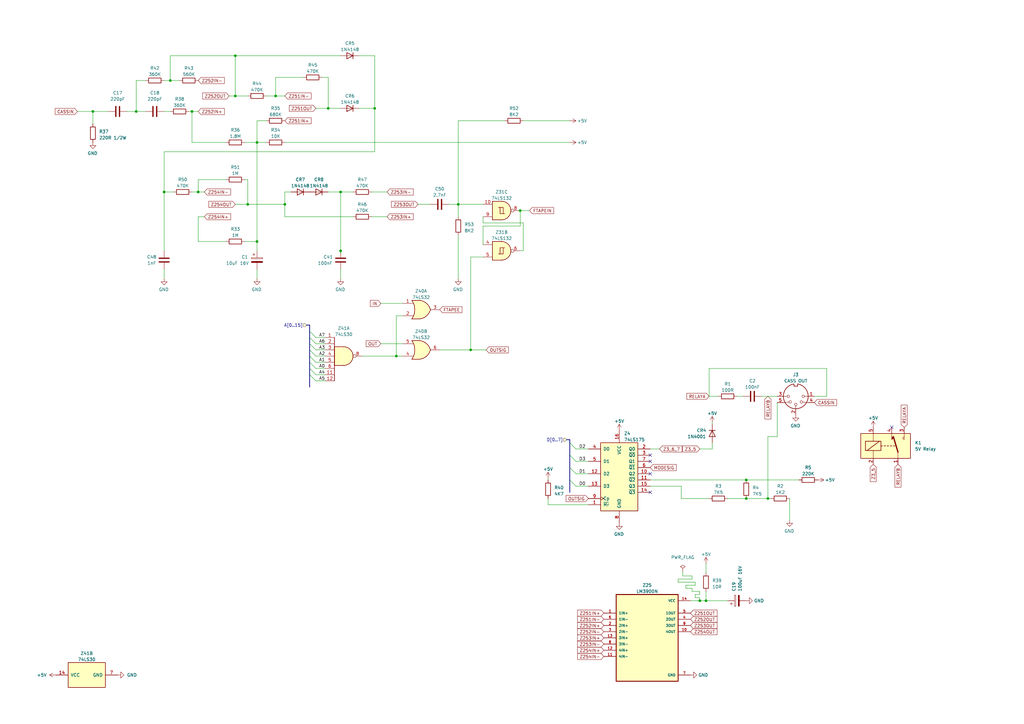
<source format=kicad_sch>
(kicad_sch (version 20230121) (generator eeschema)
  (paper "A3")
  (lib_symbols
    (symbol "74xx:74LS132" (pin_names (offset 1.016))
      (property "Reference" "U" (at 0 1.27 0))
      (property "Value" "74LS132" (at 0 -1.27 0))
      (symbol "74LS132_1_1"
        (pin input line (at -7.62 2.54 0) (length 3.81) (name "~") (number "1"))
        (pin input line (at -7.62 -2.54 0) (length 3.81) (name "~") (number "2"))
        (pin output inverted (at 7.62 0 180) (length 3.81) (name "~") (number "3"))
      )
      (symbol "74LS132_1_2"
        (pin input inverted (at -7.62 2.54 0) (length 4.318) (name "~") (number "1"))
        (pin input inverted (at -7.62 -2.54 0) (length 4.318) (name "~") (number "2"))
        (pin output line (at 7.62 0 180) (length 3.81) (name "~") (number "3"))
      )
      (symbol "74LS132_2_1"
        (pin input line (at -7.62 2.54 0) (length 3.81) (name "~") (number "4"))
        (pin input line (at -7.62 -2.54 0) (length 3.81) (name "~") (number "5"))
        (pin output inverted (at 7.62 0 180) (length 3.81) (name "~") (number "6"))
      )
      (symbol "74LS132_2_2"
        (pin input inverted (at -7.62 2.54 0) (length 4.318) (name "~") (number "4"))
        (pin input inverted (at -7.62 -2.54 0) (length 4.318) (name "~") (number "5"))
        (pin output line (at 7.62 0 180) (length 3.81) (name "~") (number "6"))
      )
      (symbol "74LS132_3_1"
        (pin input line (at -7.62 -2.54 0) (length 3.81) (name "~") (number "10"))
        (pin output inverted (at 7.62 0 180) (length 3.81) (name "~") (number "8"))
        (pin input line (at -7.62 2.54 0) (length 3.81) (name "~") (number "9"))
      )
      (symbol "74LS132_3_2"
        (pin input inverted (at -7.62 -2.54 0) (length 4.318) (name "~") (number "10"))
        (pin output line (at 7.62 0 180) (length 3.81) (name "~") (number "8"))
        (pin input inverted (at -7.62 2.54 0) (length 4.318) (name "~") (number "9"))
      )
      (symbol "74LS132_4_1"
        (pin output inverted (at 7.62 0 180) (length 3.81) (name "~") (number "11"))
        (pin input line (at -7.62 2.54 0) (length 3.81) (name "~") (number "12"))
        (pin input line (at -7.62 -2.54 0) (length 3.81) (name "~") (number "13"))
      )
      (symbol "74LS132_4_2"
        (pin output line (at 7.62 0 180) (length 3.81) (name "~") (number "11"))
        (pin input inverted (at -7.62 2.54 0) (length 4.318) (name "~") (number "12"))
        (pin input inverted (at -7.62 -2.54 0) (length 4.318) (name "~") (number "13"))
      )
      (symbol "74LS132_5_0"
        (pin power_in line (at 0 12.7 270) (length 5.08) (name "VCC") (number "14"))
        (pin power_in line (at 0 -12.7 90) (length 5.08) (name "GND") (number "7"))
      )
    )
    (symbol "74xx:74LS175" (pin_names (offset 1.016))
      (property "Reference" "U" (at -7.62 13.97 0))
      (property "Value" "74LS175" (at -7.62 -16.51 0))
      (symbol "74LS175_1_0"
        (pin input line (at -12.7 -12.7 0) (length 5.08) (name "~{Mr}") (number "1"))
        (pin output line (at 12.7 0 180) (length 5.08) (name "Q2") (number "10"))
        (pin output line (at 12.7 -2.54 180) (length 5.08) (name "~{Q2}") (number "11"))
        (pin input line (at -12.7 0 0) (length 5.08) (name "D2") (number "12"))
        (pin input line (at -12.7 -5.08 0) (length 5.08) (name "D3") (number "13"))
        (pin output line (at 12.7 -7.62 180) (length 5.08) (name "~{Q3}") (number "14"))
        (pin output line (at 12.7 -5.08 180) (length 5.08) (name "Q3") (number "15"))
        (pin power_in line (at 0 17.78 270) (length 5.08) (name "VCC") (number "16"))
        (pin output line (at 12.7 10.16 180) (length 5.08) (name "Q0") (number "2"))
        (pin output line (at 12.7 7.62 180) (length 5.08) (name "~{Q0}") (number "3"))
        (pin input line (at -12.7 10.16 0) (length 5.08) (name "D0") (number "4"))
        (pin input line (at -12.7 5.08 0) (length 5.08) (name "D1") (number "5"))
        (pin output line (at 12.7 2.54 180) (length 5.08) (name "~{Q1}") (number "6"))
        (pin output line (at 12.7 5.08 180) (length 5.08) (name "Q1") (number "7"))
        (pin power_in line (at 0 -20.32 90) (length 5.08) (name "GND") (number "8"))
        (pin input clock (at -12.7 -10.16 0) (length 5.08) (name "Cp") (number "9"))
      )
    )
    (symbol "74xx:74LS30" (pin_names (offset 1.016))
      (property "Reference" "U" (at 0 1.27 0))
      (property "Value" "74LS30" (at 0 -1.27 0))
      (symbol "74LS30_1_1"
        (pin input line (at -7.62 7.62 0) (length 3.81) (name "~") (number "1"))
        (pin input line (at -7.62 -7.62 0) (length 3.81) (name "~") (number "11"))
        (pin input line (at -7.62 -10.16 0) (length 3.81) (name "~") (number "12"))
        (pin input line (at -7.62 5.08 0) (length 3.81) (name "~") (number "2"))
        (pin input line (at -7.62 2.54 0) (length 3.81) (name "~") (number "3"))
        (pin input line (at -7.62 0 0) (length 3.81) (name "~") (number "4"))
        (pin input line (at -7.62 -2.54 0) (length 3.81) (name "~") (number "5"))
        (pin input line (at -7.62 -5.08 0) (length 3.81) (name "~") (number "6"))
        (pin output inverted (at 7.62 0 180) (length 3.81) (name "~") (number "8"))
      )
      (symbol "74LS30_1_2"
        (pin input inverted (at -7.62 7.62 0) (length 3.81) (name "~") (number "1"))
        (pin input inverted (at -7.62 -7.62 0) (length 3.81) (name "~") (number "11"))
        (pin input inverted (at -7.62 -10.16 0) (length 3.81) (name "~") (number "12"))
        (pin input inverted (at -7.62 5.08 0) (length 3.81) (name "~") (number "2"))
        (pin input inverted (at -7.62 2.54 0) (length 4.5466) (name "~") (number "3"))
        (pin input inverted (at -7.62 0 0) (length 5.08) (name "~") (number "4"))
        (pin input inverted (at -7.62 -2.54 0) (length 4.5466) (name "~") (number "5"))
        (pin input inverted (at -7.62 -5.08 0) (length 3.81) (name "~") (number "6"))
        (pin output line (at 7.62 0 180) (length 3.81) (name "~") (number "8"))
      )
      (symbol "74LS30_2_0"
        (pin power_in line (at 0 12.7 270) (length 5.08) (name "VCC") (number "14"))
        (pin power_in line (at 0 -12.7 90) (length 5.08) (name "GND") (number "7"))
      )
    )
    (symbol "74xx:74LS32" (pin_names (offset 1.016))
      (property "Reference" "U" (at 0 1.27 0))
      (property "Value" "74LS32" (at 0 -1.27 0))
      (symbol "74LS32_1_1"
        (pin input line (at -7.62 2.54 0) (length 4.318) (name "~") (number "1"))
        (pin input line (at -7.62 -2.54 0) (length 4.318) (name "~") (number "2"))
        (pin output line (at 7.62 0 180) (length 3.81) (name "~") (number "3"))
      )
      (symbol "74LS32_1_2"
        (pin input inverted (at -7.62 2.54 0) (length 3.81) (name "~") (number "1"))
        (pin input inverted (at -7.62 -2.54 0) (length 3.81) (name "~") (number "2"))
        (pin output inverted (at 7.62 0 180) (length 3.81) (name "~") (number "3"))
      )
      (symbol "74LS32_2_1"
        (pin input line (at -7.62 2.54 0) (length 4.318) (name "~") (number "4"))
        (pin input line (at -7.62 -2.54 0) (length 4.318) (name "~") (number "5"))
        (pin output line (at 7.62 0 180) (length 3.81) (name "~") (number "6"))
      )
      (symbol "74LS32_2_2"
        (pin input inverted (at -7.62 2.54 0) (length 3.81) (name "~") (number "4"))
        (pin input inverted (at -7.62 -2.54 0) (length 3.81) (name "~") (number "5"))
        (pin output inverted (at 7.62 0 180) (length 3.81) (name "~") (number "6"))
      )
      (symbol "74LS32_3_1"
        (pin input line (at -7.62 -2.54 0) (length 4.318) (name "~") (number "10"))
        (pin output line (at 7.62 0 180) (length 3.81) (name "~") (number "8"))
        (pin input line (at -7.62 2.54 0) (length 4.318) (name "~") (number "9"))
      )
      (symbol "74LS32_3_2"
        (pin input inverted (at -7.62 -2.54 0) (length 3.81) (name "~") (number "10"))
        (pin output inverted (at 7.62 0 180) (length 3.81) (name "~") (number "8"))
        (pin input inverted (at -7.62 2.54 0) (length 3.81) (name "~") (number "9"))
      )
      (symbol "74LS32_4_1"
        (pin output line (at 7.62 0 180) (length 3.81) (name "~") (number "11"))
        (pin input line (at -7.62 2.54 0) (length 4.318) (name "~") (number "12"))
        (pin input line (at -7.62 -2.54 0) (length 4.318) (name "~") (number "13"))
      )
      (symbol "74LS32_4_2"
        (pin output inverted (at 7.62 0 180) (length 3.81) (name "~") (number "11"))
        (pin input inverted (at -7.62 2.54 0) (length 3.81) (name "~") (number "12"))
        (pin input inverted (at -7.62 -2.54 0) (length 3.81) (name "~") (number "13"))
      )
      (symbol "74LS32_5_0"
        (pin power_in line (at 0 12.7 270) (length 5.08) (name "VCC") (number "14"))
        (pin power_in line (at 0 -12.7 90) (length 5.08) (name "GND") (number "7"))
      )
    )
    (symbol "Connector:DIN-5_180degree" (pin_names (offset 1.016))
      (property "Reference" "J" (at 3.175 5.715 0))
      (property "Value" "DIN-5_180degree" (at 0 -6.35 0))
      (symbol "DIN-5_180degree_1_1"
        (pin passive line (at -7.62 0 0) (length 2.54) (name "~") (number "1"))
        (pin passive line (at 0 7.62 270) (length 2.54) (name "~") (number "2"))
        (pin passive line (at 7.62 0 180) (length 2.54) (name "~") (number "3"))
        (pin passive line (at -7.62 2.54 0) (length 2.54) (name "~") (number "4"))
        (pin passive line (at 7.62 2.54 180) (length 2.54) (name "~") (number "5"))
      )
    )
    (symbol "Device:C" (pin_numbers hide) (pin_names (offset 0.254))
      (property "Reference" "C" (at 0.635 2.54 0))
      (property "Value" "C" (at 0.635 -2.54 0))
      (symbol "C_1_1"
        (pin passive line (at 0 3.81 270) (length 2.794) (name "~") (number "1"))
        (pin passive line (at 0 -3.81 90) (length 2.794) (name "~") (number "2"))
      )
    )
    (symbol "Device:C_Polarized" (pin_numbers hide) (pin_names (offset 0.254))
      (property "Reference" "C" (at 0.635 2.54 0))
      (property "Value" "C_Polarized" (at 0.635 -2.54 0))
      (symbol "C_Polarized_1_1"
        (pin passive line (at 0 3.81 270) (length 2.794) (name "~") (number "1"))
        (pin passive line (at 0 -3.81 90) (length 2.794) (name "~") (number "2"))
      )
    )
    (symbol "Device:D" (pin_numbers hide) (pin_names (offset 1.016) hide)
      (property "Reference" "D" (at 0 2.54 0))
      (property "Value" "D" (at 0 -2.54 0))
      (symbol "D_1_1"
        (pin passive line (at -3.81 0 0) (length 2.54) (name "K") (number "1"))
        (pin passive line (at 3.81 0 180) (length 2.54) (name "A") (number "2"))
      )
    )
    (symbol "Device:R" (pin_numbers hide) (pin_names (offset 0))
      (property "Reference" "R" (at 2.032 0 90))
      (property "Value" "R" (at 0 0 90))
      (symbol "R_1_1"
        (pin passive line (at 0 3.81 270) (length 1.27) (name "~") (number "1"))
        (pin passive line (at 0 -3.81 90) (length 1.27) (name "~") (number "2"))
      )
    )
    (symbol "Diode:1N4001" (pin_numbers hide) (pin_names hide)
      (property "Reference" "D" (at 0 2.54 0))
      (property "Value" "1N4001" (at 0 -2.54 0))
      (symbol "1N4001_1_1"
        (pin passive line (at -3.81 0 0) (length 2.54) (name "K") (number "1"))
        (pin passive line (at 3.81 0 180) (length 2.54) (name "A") (number "2"))
      )
    )
    (symbol "Relay:SANYOU_SRD_Form_C"
      (property "Reference" "K" (at 11.43 3.81 0))
      (property "Value" "SANYOU_SRD_Form_C" (at 11.43 1.27 0))
      (symbol "SANYOU_SRD_Form_C_1_1"
        (pin passive line (at 5.08 -7.62 90) (length 2.54) (name "~") (number "1"))
        (pin passive line (at -5.08 -7.62 90) (length 2.54) (name "~") (number "2"))
        (pin passive line (at 7.62 7.62 270) (length 2.54) (name "~") (number "3"))
        (pin passive line (at 2.54 7.62 270) (length 2.54) (name "~") (number "4"))
        (pin passive line (at -5.08 7.62 270) (length 2.54) (name "~") (number "5"))
      )
    )
    (symbol "TRS80IJP:LM3900N" (pin_names (offset 1.016))
      (property "Reference" "U" (at -12.7 18.7706 0))
      (property "Value" "LM3900N" (at -12.7 -21.7678 0))
      (symbol "LM3900N_0_0"
        (pin input line (at -17.78 10.16 0) (length 5.08) (name "1IN+") (number "1"))
        (pin output line (at 17.78 2.54 180) (length 5.08) (name "4OUT") (number "10"))
        (pin input line (at -17.78 -7.62 0) (length 5.08) (name "4IN-") (number "11"))
        (pin input line (at -17.78 -5.08 0) (length 5.08) (name "4IN+") (number "12"))
        (pin input line (at -17.78 0 0) (length 5.08) (name "3IN+") (number "13"))
        (pin power_in line (at 17.78 15.24 180) (length 5.08) (name "VCC") (number "14"))
        (pin input line (at -17.78 5.08 0) (length 5.08) (name "2IN+") (number "2"))
        (pin input line (at -17.78 2.54 0) (length 5.08) (name "2IN-") (number "3"))
        (pin output line (at 17.78 7.62 180) (length 5.08) (name "2OUT") (number "4"))
        (pin output line (at 17.78 10.16 180) (length 5.08) (name "1OUT") (number "5"))
        (pin input line (at -17.78 7.62 0) (length 5.08) (name "1IN-") (number "6"))
        (pin power_in line (at 17.78 -15.24 180) (length 5.08) (name "GND") (number "7"))
        (pin input line (at -17.78 -2.54 0) (length 5.08) (name "3IN-") (number "8"))
        (pin output line (at 17.78 5.08 180) (length 5.08) (name "3OUT") (number "9"))
      )
    )
    (symbol "power:+5V" (power) (pin_names (offset 0))
      (property "Value" "+5V" (at 0 3.556 0))
      (symbol "+5V_1_1"
        (pin power_in line (at 0 0 90) (length 0) hide (name "+5V") (number "1"))
      )
    )
    (symbol "power:GND" (power) (pin_names (offset 0))
      (property "Value" "GND" (at 0 -3.81 0))
      (symbol "GND_1_1"
        (pin power_in line (at 0 0 270) (length 0) hide (name "GND") (number "1"))
      )
    )
    (symbol "power:PWR_FLAG" (power) (pin_numbers hide) (pin_names (offset 0) hide)
      (property "Value" "PWR_FLAG" (at 0 3.81 0))
      (symbol "PWR_FLAG_0_0"
        (pin power_out line (at 0 0 90) (length 0) (name "pwr") (number "1"))
      )
    )
  )
  (junction (at 101.6 83.82))
  (junction (at 139.7 78.74))
  (junction (at 38.1 45.72))
  (junction (at 116.84 83.82))
  (junction (at 96.52 39.37))
  (junction (at 193.04 143.51))
  (junction (at 213.36 86.36))
  (junction (at 187.96 83.82))
  (junction (at 105.41 99.06))
  (junction (at 67.31 78.74))
  (junction (at 306.07 196.85))
  (junction (at 306.07 204.47))
  (junction (at 134.62 44.45))
  (junction (at 69.85 33.02))
  (junction (at 287.02 246.38))
  (junction (at 105.41 58.42))
  (junction (at 55.88 45.72))
  (junction (at 81.28 78.74))
  (junction (at 289.56 246.38))
  (junction (at 162.56 146.05))
  (junction (at 139.7 102.87))
  (junction (at 314.96 204.47))
  (junction (at 113.03 39.37))
  (junction (at 78.74 45.72))
  (junction (at 153.67 44.45))
  (junction (at 96.52 22.86))
  (no_connect (at 266.7 186.69))
  (no_connect (at 266.7 189.23))
  (no_connect (at 266.7 194.31))
  (no_connect (at 266.7 201.93))
  (no_connect (at 365.76 175.26))
  (bus_entry (at 127 135.89) (size 2.54 2.54))
  (bus_entry (at 127 138.43) (size 2.54 2.54))
  (bus_entry (at 127 143.51) (size 2.54 2.54))
  (bus_entry (at 127 148.59) (size 2.54 2.54))
  (bus_entry (at 127 140.97) (size 2.54 2.54))
  (bus_entry (at 127 146.05) (size 2.54 2.54))
  (bus_entry (at 233.68 191.77) (size 2.54 2.54))
  (bus_entry (at 233.68 186.69) (size 2.54 2.54))
  (bus_entry (at 233.68 181.61) (size 2.54 2.54))
  (bus_entry (at 233.68 196.85) (size 2.54 2.54))
  (bus_entry (at 127 151.13) (size 2.54 2.54))
  (bus_entry (at 127 153.67) (size 2.54 2.54))
  (wire (pts (xy 67.31 33.02) (xy 69.85 33.02)))
  (wire (pts (xy 290.83 151.13) (xy 339.09 151.13)))
  (wire (pts (xy 100.33 73.66) (xy 101.6 73.66)))
  (bus (pts (xy 127 143.51) (xy 127 146.05)))
  (wire (pts (xy 283.845 237.49) (xy 278.13 237.49)))
  (wire (pts (xy 224.79 196.215) (xy 224.79 196.85)))
  (wire (pts (xy 105.41 58.42) (xy 100.33 58.42)))
  (wire (pts (xy 55.88 33.02) (xy 55.88 45.72)))
  (wire (pts (xy 52.07 45.72) (xy 55.88 45.72)))
  (wire (pts (xy 129.54 138.43) (xy 133.35 138.43)))
  (wire (pts (xy 93.98 39.37) (xy 96.52 39.37)))
  (wire (pts (xy 213.36 86.36) (xy 217.17 86.36)))
  (wire (pts (xy 224.79 207.01) (xy 224.79 204.47)))
  (wire (pts (xy 214.63 49.53) (xy 233.68 49.53)))
  (wire (pts (xy 139.7 78.74) (xy 139.7 102.87)))
  (wire (pts (xy 119.38 78.74) (xy 116.84 78.74)))
  (wire (pts (xy 147.32 22.86) (xy 153.67 22.86)))
  (wire (pts (xy 139.7 104.14) (xy 139.7 102.87)))
  (bus (pts (xy 127 135.89) (xy 127 138.43)))
  (wire (pts (xy 187.96 96.52) (xy 187.96 114.3)))
  (wire (pts (xy 283.845 241.3) (xy 283.845 242.57)))
  (wire (pts (xy 198.12 92.71) (xy 213.36 92.71)))
  (wire (pts (xy 193.04 143.51) (xy 199.39 143.51)))
  (wire (pts (xy 236.22 199.39) (xy 241.3 199.39)))
  (wire (pts (xy 266.7 196.85) (xy 306.07 196.85)))
  (wire (pts (xy 113.03 31.75) (xy 124.46 31.75)))
  (wire (pts (xy 81.28 88.9) (xy 81.28 99.06)))
  (wire (pts (xy 152.4 78.74) (xy 158.75 78.74)))
  (wire (pts (xy 67.31 78.74) (xy 67.31 102.87)))
  (bus (pts (xy 232.41 180.34) (xy 233.68 180.34)))
  (wire (pts (xy 38.1 45.72) (xy 44.45 45.72)))
  (wire (pts (xy 96.52 39.37) (xy 101.6 39.37)))
  (wire (pts (xy 67.31 62.23) (xy 67.31 78.74)))
  (bus (pts (xy 127 151.13) (xy 127 153.67)))
  (wire (pts (xy 287.02 184.15) (xy 292.1 184.15)))
  (wire (pts (xy 69.85 22.86) (xy 96.52 22.86)))
  (wire (pts (xy 292.1 181.61) (xy 292.1 184.15)))
  (wire (pts (xy 129.54 153.67) (xy 133.35 153.67)))
  (wire (pts (xy 148.59 146.05) (xy 162.56 146.05)))
  (wire (pts (xy 116.84 58.42) (xy 233.68 58.42)))
  (wire (pts (xy 214.63 102.87) (xy 213.36 102.87)))
  (wire (pts (xy 193.04 143.51) (xy 193.04 105.41)))
  (wire (pts (xy 289.56 231.14) (xy 289.56 234.95)))
  (wire (pts (xy 153.67 22.86) (xy 153.67 44.45)))
  (wire (pts (xy 289.56 242.57) (xy 289.56 246.38)))
  (wire (pts (xy 285.115 238.76) (xy 285.115 240.03)))
  (wire (pts (xy 109.22 39.37) (xy 113.03 39.37)))
  (wire (pts (xy 101.6 73.66) (xy 101.6 83.82)))
  (wire (pts (xy 278.13 238.76) (xy 285.115 238.76)))
  (wire (pts (xy 59.69 33.02) (xy 55.88 33.02)))
  (wire (pts (xy 152.4 88.9) (xy 158.75 88.9)))
  (wire (pts (xy 214.63 91.44) (xy 214.63 102.87)))
  (wire (pts (xy 116.84 78.74) (xy 116.84 83.82)))
  (wire (pts (xy 187.96 83.82) (xy 187.96 88.9)))
  (wire (pts (xy 171.45 83.82) (xy 176.53 83.82)))
  (wire (pts (xy 96.52 22.86) (xy 139.7 22.86)))
  (bus (pts (xy 233.68 181.61) (xy 233.68 186.69)))
  (wire (pts (xy 287.02 243.84) (xy 285.115 243.84)))
  (bus (pts (xy 233.68 191.77) (xy 233.68 196.85)))
  (wire (pts (xy 113.03 39.37) (xy 113.03 31.75)))
  (wire (pts (xy 287.02 246.38) (xy 289.56 246.38)))
  (wire (pts (xy 278.13 237.49) (xy 278.13 238.76)))
  (wire (pts (xy 279.4 204.47) (xy 290.83 204.47)))
  (wire (pts (xy 280.035 234.315) (xy 280.035 236.22)))
  (wire (pts (xy 292.1 173.355) (xy 292.1 173.99)))
  (wire (pts (xy 184.15 83.82) (xy 187.96 83.82)))
  (wire (pts (xy 283.21 246.38) (xy 287.02 246.38)))
  (wire (pts (xy 116.84 83.82) (xy 116.84 88.9)))
  (wire (pts (xy 134.62 44.45) (xy 139.7 44.45)))
  (wire (pts (xy 105.41 99.06) (xy 105.41 102.87)))
  (wire (pts (xy 55.88 45.72) (xy 59.69 45.72)))
  (wire (pts (xy 81.28 78.74) (xy 83.82 78.74)))
  (wire (pts (xy 314.96 179.07) (xy 314.96 204.47)))
  (wire (pts (xy 187.96 83.82) (xy 198.12 83.82)))
  (wire (pts (xy 298.45 246.38) (xy 289.56 246.38)))
  (wire (pts (xy 78.74 58.42) (xy 78.74 45.72)))
  (wire (pts (xy 96.52 22.86) (xy 96.52 39.37)))
  (wire (pts (xy 38.1 45.72) (xy 38.1 50.8)))
  (wire (pts (xy 280.035 236.22) (xy 283.845 236.22)))
  (wire (pts (xy 323.85 204.47) (xy 323.85 213.36)))
  (wire (pts (xy 67.31 110.49) (xy 67.31 114.3)))
  (wire (pts (xy 165.1 146.05) (xy 162.56 146.05)))
  (wire (pts (xy 129.54 151.13) (xy 133.35 151.13)))
  (bus (pts (xy 127 140.97) (xy 127 143.51)))
  (wire (pts (xy 132.08 31.75) (xy 134.62 31.75)))
  (wire (pts (xy 67.31 45.72) (xy 69.85 45.72)))
  (wire (pts (xy 281.305 240.03) (xy 281.305 241.3)))
  (wire (pts (xy 162.56 129.54) (xy 165.1 129.54)))
  (bus (pts (xy 125.73 133.35) (xy 127 133.35)))
  (wire (pts (xy 139.7 78.74) (xy 144.78 78.74)))
  (wire (pts (xy 129.54 148.59) (xy 133.35 148.59)))
  (bus (pts (xy 127 138.43) (xy 127 140.97)))
  (wire (pts (xy 312.42 162.56) (xy 318.77 162.56)))
  (wire (pts (xy 31.75 45.72) (xy 38.1 45.72)))
  (wire (pts (xy 266.7 199.39) (xy 279.4 199.39)))
  (wire (pts (xy 156.21 140.97) (xy 165.1 140.97)))
  (wire (pts (xy 134.62 31.75) (xy 134.62 44.45)))
  (wire (pts (xy 285.115 243.84) (xy 285.115 245.11)))
  (bus (pts (xy 233.68 180.34) (xy 233.68 181.61)))
  (wire (pts (xy 287.02 242.57) (xy 287.02 243.84)))
  (wire (pts (xy 156.21 124.46) (xy 165.1 124.46)))
  (wire (pts (xy 198.12 100.33) (xy 198.12 92.71)))
  (wire (pts (xy 96.52 83.82) (xy 101.6 83.82)))
  (wire (pts (xy 298.45 204.47) (xy 306.07 204.47)))
  (wire (pts (xy 78.74 78.74) (xy 81.28 78.74)))
  (wire (pts (xy 129.54 146.05) (xy 133.35 146.05)))
  (wire (pts (xy 285.115 245.11) (xy 287.02 245.11)))
  (wire (pts (xy 92.71 58.42) (xy 78.74 58.42)))
  (wire (pts (xy 109.22 49.53) (xy 105.41 49.53)))
  (wire (pts (xy 129.54 156.21) (xy 133.35 156.21)))
  (wire (pts (xy 77.47 45.72) (xy 78.74 45.72)))
  (wire (pts (xy 134.62 78.74) (xy 139.7 78.74)))
  (wire (pts (xy 100.33 99.06) (xy 105.41 99.06)))
  (bus (pts (xy 127 148.59) (xy 127 151.13)))
  (wire (pts (xy 113.03 39.37) (xy 116.84 39.37)))
  (wire (pts (xy 81.28 73.66) (xy 92.71 73.66)))
  (bus (pts (xy 127 153.67) (xy 127 158.75)))
  (wire (pts (xy 236.22 184.15) (xy 241.3 184.15)))
  (wire (pts (xy 236.22 189.23) (xy 241.3 189.23)))
  (wire (pts (xy 105.41 49.53) (xy 105.41 58.42)))
  (wire (pts (xy 81.28 78.74) (xy 81.28 73.66)))
  (wire (pts (xy 294.64 162.56) (xy 290.83 162.56)))
  (bus (pts (xy 233.68 196.85) (xy 233.68 201.93)))
  (wire (pts (xy 69.85 33.02) (xy 73.66 33.02)))
  (wire (pts (xy 287.02 245.11) (xy 287.02 246.38)))
  (wire (pts (xy 67.31 78.74) (xy 71.12 78.74)))
  (wire (pts (xy 129.54 143.51) (xy 133.35 143.51)))
  (wire (pts (xy 69.85 33.02) (xy 69.85 22.86)))
  (wire (pts (xy 129.54 140.97) (xy 133.35 140.97)))
  (wire (pts (xy 241.3 207.01) (xy 224.79 207.01)))
  (wire (pts (xy 78.74 45.72) (xy 81.28 45.72)))
  (wire (pts (xy 187.96 49.53) (xy 207.01 49.53)))
  (wire (pts (xy 213.36 92.71) (xy 213.36 86.36)))
  (wire (pts (xy 83.82 88.9) (xy 81.28 88.9)))
  (wire (pts (xy 318.77 165.1) (xy 318.77 179.07)))
  (wire (pts (xy 81.28 99.06) (xy 92.71 99.06)))
  (bus (pts (xy 127 133.35) (xy 127 135.89)))
  (wire (pts (xy 318.77 179.07) (xy 314.96 179.07)))
  (wire (pts (xy 105.41 110.49) (xy 105.41 114.3)))
  (wire (pts (xy 285.115 240.03) (xy 281.305 240.03)))
  (wire (pts (xy 198.12 88.9) (xy 198.12 91.44)))
  (wire (pts (xy 198.12 91.44) (xy 214.63 91.44)))
  (wire (pts (xy 129.54 44.45) (xy 134.62 44.45)))
  (wire (pts (xy 281.305 241.3) (xy 283.845 241.3)))
  (wire (pts (xy 266.7 184.15) (xy 270.51 184.15)))
  (wire (pts (xy 180.34 143.51) (xy 193.04 143.51)))
  (wire (pts (xy 116.84 88.9) (xy 144.78 88.9)))
  (wire (pts (xy 290.83 162.56) (xy 290.83 151.13)))
  (wire (pts (xy 105.41 58.42) (xy 105.41 99.06)))
  (wire (pts (xy 302.26 162.56) (xy 304.8 162.56)))
  (wire (pts (xy 339.09 151.13) (xy 339.09 162.56)))
  (wire (pts (xy 283.845 236.22) (xy 283.845 237.49)))
  (wire (pts (xy 153.67 44.45) (xy 153.67 62.23)))
  (wire (pts (xy 187.96 83.82) (xy 187.96 49.53)))
  (wire (pts (xy 139.7 110.49) (xy 139.7 114.3)))
  (wire (pts (xy 339.09 162.56) (xy 334.01 162.56)))
  (wire (pts (xy 105.41 58.42) (xy 109.22 58.42)))
  (wire (pts (xy 193.04 105.41) (xy 198.12 105.41)))
  (wire (pts (xy 314.96 204.47) (xy 316.23 204.47)))
  (wire (pts (xy 162.56 146.05) (xy 162.56 129.54)))
  (wire (pts (xy 101.6 83.82) (xy 116.84 83.82)))
  (wire (pts (xy 153.67 62.23) (xy 67.31 62.23)))
  (bus (pts (xy 127 146.05) (xy 127 148.59)))
  (wire (pts (xy 306.07 196.85) (xy 327.66 196.85)))
  (wire (pts (xy 306.07 204.47) (xy 314.96 204.47)))
  (wire (pts (xy 283.845 242.57) (xy 287.02 242.57)))
  (wire (pts (xy 236.22 194.31) (xy 241.3 194.31)))
  (bus (pts (xy 233.68 186.69) (xy 233.68 191.77)))
  (wire (pts (xy 279.4 199.39) (xy 279.4 204.47)))
  (wire (pts (xy 147.32 44.45) (xy 153.67 44.45)))
  (label "A0" (at 130.81 151.13 0))
  (label "D1" (at 237.49 194.31 0))
  (label "D3" (at 237.49 189.23 0))
  (label "A3" (at 130.81 143.51 0))
  (label "A1" (at 130.81 148.59 0))
  (label "A2" (at 130.81 146.05 0))
  (label "A4" (at 130.81 153.67 0))
  (label "A5" (at 130.81 156.21 0))
  (label "A6" (at 130.81 140.97 0))
  (label "D0" (at 237.49 199.39 0))
  (label "A7" (at 130.81 138.43 0))
  (label "D2" (at 237.49 184.15 0))
  (global_label "CASSIN" (shape input) (at 31.75 45.72 180) (property "Intersheetrefs" "${INTERSHEET_REFS}" (effects hide)))
  (global_label "RELAYA" (shape input) (at 290.83 162.56 180) (property "Intersheetrefs" "${INTERSHEET_REFS}" (effects hide)))
  (global_label "Z254IN+" (shape input) (at 247.65 266.7 180) (property "Intersheetrefs" "${INTERSHEET_REFS}" (effects hide)))
  (global_label "OUT" (shape input) (at 156.21 140.97 180) (property "Intersheetrefs" "${INTERSHEET_REFS}" (effects hide)))
  (global_label "Z252IN-" (shape input) (at 81.28 33.02 0) (property "Intersheetrefs" "${INTERSHEET_REFS}" (effects hide)))
  (global_label "Z254OUT" (shape input) (at 283.21 259.08 0) (property "Intersheetrefs" "${INTERSHEET_REFS}" (effects hide)))
  (global_label "Z252IN+" (shape input) (at 81.28 45.72 0) (property "Intersheetrefs" "${INTERSHEET_REFS}" (effects hide)))
  (global_label "Z251IN+" (shape input) (at 116.84 49.53 0) (property "Intersheetrefs" "${INTERSHEET_REFS}" (effects hide)))
  (global_label "Z251IN+" (shape input) (at 247.65 251.46 180) (property "Intersheetrefs" "${INTERSHEET_REFS}" (effects hide)))
  (global_label "Z253OUT" (shape input) (at 283.21 256.54 0) (property "Intersheetrefs" "${INTERSHEET_REFS}" (effects hide)))
  (global_label "CASSIN" (shape input) (at 334.01 165.1 0) (property "Intersheetrefs" "${INTERSHEET_REFS}" (effects hide)))
  (global_label "Z3_5" (shape input) (at 358.14 190.5 270) (property "Intersheetrefs" "${INTERSHEET_REFS}" (effects hide)))
  (global_label "OUTSIG" (shape input) (at 241.3 204.47 180) (property "Intersheetrefs" "${INTERSHEET_REFS}" (effects hide)))
  (global_label "Z252IN-" (shape input) (at 247.65 259.08 180) (property "Intersheetrefs" "${INTERSHEET_REFS}" (effects hide)))
  (global_label "RELAYB" (shape input) (at 368.3 190.5 270) (property "Intersheetrefs" "${INTERSHEET_REFS}" (effects hide)))
  (global_label "Z254IN+" (shape input) (at 83.82 88.9 0) (property "Intersheetrefs" "${INTERSHEET_REFS}" (effects hide)))
  (global_label "Z253IN-" (shape input) (at 247.65 264.16 180) (property "Intersheetrefs" "${INTERSHEET_REFS}" (effects hide)))
  (global_label "Z253IN+" (shape input) (at 158.75 88.9 0) (property "Intersheetrefs" "${INTERSHEET_REFS}" (effects hide)))
  (global_label "Z253IN-" (shape input) (at 158.75 78.74 0) (property "Intersheetrefs" "${INTERSHEET_REFS}" (effects hide)))
  (global_label "Z251OUT" (shape input) (at 129.54 44.45 180) (property "Intersheetrefs" "${INTERSHEET_REFS}" (effects hide)))
  (global_label "IN" (shape input) (at 156.21 124.46 180) (property "Intersheetrefs" "${INTERSHEET_REFS}" (effects hide)))
  (global_label "Z254IN-" (shape input) (at 247.65 269.24 180) (property "Intersheetrefs" "${INTERSHEET_REFS}" (effects hide)))
  (global_label "Z253OUT" (shape input) (at 171.45 83.82 180) (property "Intersheetrefs" "${INTERSHEET_REFS}" (effects hide)))
  (global_label "RELAYA" (shape input) (at 370.84 175.26 90) (property "Intersheetrefs" "${INTERSHEET_REFS}" (effects hide)))
  (global_label "Z254OUT" (shape input) (at 96.52 83.82 180) (property "Intersheetrefs" "${INTERSHEET_REFS}" (effects hide)))
  (global_label "RELAYB" (shape input) (at 314.96 162.56 270) (property "Intersheetrefs" "${INTERSHEET_REFS}" (effects hide)))
  (global_label "FTAPEE" (shape input) (at 180.34 127 0) (property "Intersheetrefs" "${INTERSHEET_REFS}" (effects hide)))
  (global_label "Z251IN-" (shape input) (at 116.84 39.37 0) (property "Intersheetrefs" "${INTERSHEET_REFS}" (effects hide)))
  (global_label "FTAPEIN" (shape input) (at 217.17 86.36 0) (property "Intersheetrefs" "${INTERSHEET_REFS}" (effects hide)))
  (global_label "OUTSIG" (shape input) (at 199.39 143.51 0) (property "Intersheetrefs" "${INTERSHEET_REFS}" (effects hide)))
  (global_label "Z252OUT" (shape input) (at 283.21 254 0) (property "Intersheetrefs" "${INTERSHEET_REFS}" (effects hide)))
  (global_label "MODESIG" (shape input) (at 266.7 191.77 0) (property "Intersheetrefs" "${INTERSHEET_REFS}" (effects hide)))
  (global_label "Z251IN-" (shape input) (at 247.65 254 180) (property "Intersheetrefs" "${INTERSHEET_REFS}" (effects hide)))
  (global_label "Z252IN+" (shape input) (at 247.65 256.54 180) (property "Intersheetrefs" "${INTERSHEET_REFS}" (effects hide)))
  (global_label "Z251OUT" (shape input) (at 283.21 251.46 0) (property "Intersheetrefs" "${INTERSHEET_REFS}" (effects hide)))
  (global_label "Z3_6_7" (shape input) (at 270.51 184.15 0) (property "Intersheetrefs" "${INTERSHEET_REFS}" (effects hide)))
  (global_label "Z254IN-" (shape input) (at 83.82 78.74 0) (property "Intersheetrefs" "${INTERSHEET_REFS}" (effects hide)))
  (global_label "Z253IN+" (shape input) (at 247.65 261.62 180) (property "Intersheetrefs" "${INTERSHEET_REFS}" (effects hide)))
  (global_label "Z3_5" (shape input) (at 287.02 184.15 180) (property "Intersheetrefs" "${INTERSHEET_REFS}" (effects hide)))
  (global_label "Z252OUT" (shape input) (at 93.98 39.37 180) (property "Intersheetrefs" "${INTERSHEET_REFS}" (effects hide)))
  (hierarchical_label "A[0..15]" (shape input) (at 125.73 133.35 180))
  (hierarchical_label "D[0..7]" (shape input) (at 232.41 180.34 180))
  (symbol (lib_id "power:+5V") (at 224.79 196.215 0) (unit 1)
    (property "Reference" "#PWR010" (effects hide))
    (property "Value" "+5V" (at 224.79 192.405 0))
    (instances (project "TRS80IJP_1" (path "" (reference "#PWR010") (unit 1)) (path "" (reference "#PWR042") (unit 1)) (path "" (reference "#PWR048") (unit 1)) (path "" (reference "#PWR058") (unit 1)) (path "" (reference "#PWR076") (unit 1))))
  )
  (symbol (lib_id "power:+5V") (at 233.68 58.42 270) (unit 1)
    (property "Reference" "#PWR010" (effects hide))
    (property "Value" "+5V" (at 238.76 58.42 90))
    (instances (project "TRS80IJP_1" (path "" (reference "#PWR010") (unit 1)) (path "" (reference "#PWR042") (unit 1)) (path "" (reference "#PWR048") (unit 1)) (path "" (reference "#PWR058") (unit 1)) (path "" (reference "#PWR078") (unit 1))))
  )
  (symbol (lib_id "Device:D") (at 143.51 44.45 180) (unit 1)
    (property "Reference" "CR6" (at 143.51 39.37 0))
    (property "Value" "1N4148" (at 143.51 41.91 0))
    (property "Footprint" "TRS80:Diode 10.16mm" (effects hide))
    (property "Sim.Device" "D" (effects hide))
    (property "Sim.Pins" "1=K 2=A" (effects hide))
  )
  (symbol (lib_id "Device:R") (at 298.45 162.56 90) (unit 1)
    (property "Reference" "R1" (at 298.45 157.48 90))
    (property "Value" "100R" (at 298.45 160.02 90))
    (property "Footprint" "TRS80:Resistor 10.16mm" (effects hide))
  )
  (symbol (lib_id "Device:R") (at 77.47 33.02 270) (unit 1)
    (property "Reference" "R43" (at 77.47 27.94 90))
    (property "Value" "560K" (at 77.47 30.48 90))
    (property "Footprint" "TRS80:Resistor 10.16mm" (effects hide))
  )
  (symbol (lib_id "Device:R") (at 96.52 58.42 270) (unit 1)
    (property "Reference" "R36" (at 96.52 53.34 90))
    (property "Value" "1.8M" (at 96.52 55.88 90))
    (property "Footprint" "TRS80:Resistor 10.16mm" (effects hide))
  )
  (symbol (lib_id "Relay:SANYOU_SRD_Form_C") (at 363.22 182.88 0) (unit 1)
    (property "Reference" "K1" (at 375.285 181.6099 0) (effects (justify left)))
    (property "Value" "5V Relay" (at 375.285 184.1499 0) (effects (justify left)))
    (property "Footprint" "TRS80:K1 Relay" (effects hide))
    (property "Datasheet" "http://www.sanyourelay.ca/public/products/pdf/SRD.pdf" (effects hide))
  )
  (symbol (lib_id "74xx:74LS30") (at 140.97 146.05 0) (unit 1)
    (property "Reference" "Z41" (at 140.97 134.62 0))
    (property "Value" "74LS30" (at 140.97 137.16 0))
    (property "Footprint" "Package_DIP:DIP-14_W7.62mm" (effects hide))
    (property "Datasheet" "http://www.ti.com/lit/gpn/sn74LS30" (effects hide))
  )
  (symbol (lib_id "power:+5V") (at 292.1 173.355 0) (unit 1)
    (property "Reference" "#PWR010" (effects hide))
    (property "Value" "+5V" (at 292.1 169.545 0))
    (instances (project "TRS80IJP_1" (path "" (reference "#PWR010") (unit 1)) (path "" (reference "#PWR042") (unit 1)) (path "" (reference "#PWR048") (unit 1)) (path "" (reference "#PWR058") (unit 1)) (path "" (reference "#PWR081") (unit 1))))
  )
  (symbol (lib_id "Device:R") (at 224.79 200.66 180) (unit 1)
    (property "Reference" "R40" (at 227.33 200.025 0) (effects (justify right)))
    (property "Value" "4K7" (at 227.33 202.565 0) (effects (justify right)))
    (property "Footprint" "TRS80:Resistor 10.16mm" (effects hide))
  )
  (symbol (lib_id "Device:R") (at 148.59 88.9 270) (unit 1)
    (property "Reference" "R46" (at 148.59 83.82 90))
    (property "Value" "470K" (at 148.59 86.36 90))
    (property "Footprint" "TRS80:Resistor 10.16mm" (effects hide))
  )
  (symbol (lib_id "power:PWR_FLAG") (at 280.035 234.315 0) (unit 1)
    (property "Reference" "#FLG0107" (effects hide))
    (property "Value" "PWR_FLAG" (at 280.035 228.6 0))
  )
  (symbol (lib_id "Connector:DIN-5_180degree") (at 326.39 162.56 180) (unit 1)
    (property "Reference" "J3" (at 326.3899 153.67 0))
    (property "Value" "CASS OUT" (at 326.3899 156.21 0))
    (property "Footprint" "TRS80:J3 - CASSETTE" (effects hide))
    (property "Datasheet" "http://www.mouser.com/ds/2/18/40_c091_abd_e-75918.pdf" (effects hide))
  )
  (symbol (lib_id "power:GND") (at 67.31 114.3 0) (unit 1)
    (property "Reference" "#PWR0108" (effects hide))
    (property "Value" "GND" (at 69.215 118.745 0) (effects (justify right)))
    (instances (project "TRS80IJP_1" (path "" (reference "#PWR0108") (unit 1)) (path "" (reference "#PWR0123") (unit 1)) (path "" (reference "#PWR0132") (unit 1)) (path "" (reference "#PWR0137") (unit 1)) (path "" (reference "#PWR0164") (unit 1)) (path "" (reference "#PWR0187") (unit 1)) (path "" (reference "#PWR0206") (unit 1))))
  )
  (symbol (lib_id "Device:R") (at 73.66 45.72 270) (unit 1)
    (property "Reference" "R38" (at 73.66 40.64 90))
    (property "Value" "360K" (at 73.66 43.18 90))
    (property "Footprint" "TRS80:Resistor 10.16mm" (effects hide))
  )
  (symbol (lib_id "Device:R") (at 306.07 200.66 180) (unit 1)
    (property "Reference" "R4" (at 308.61 200.025 0) (effects (justify right)))
    (property "Value" "7K5" (at 308.61 202.565 0) (effects (justify right)))
    (property "Footprint" "TRS80:Resistor 10.16mm" (effects hide))
  )
  (symbol (lib_id "Device:C") (at 180.34 83.82 90) (unit 1)
    (property "Reference" "C50" (at 180.34 77.47 90))
    (property "Value" "2.7nF" (at 180.34 80.01 90))
    (property "Footprint" "TRS80:Ceramic Disc 5mm" (effects hide))
  )
  (symbol (lib_id "power:+5V") (at 289.56 231.14 0) (unit 1)
    (property "Reference" "#PWR010" (effects hide))
    (property "Value" "+5V" (at 289.56 227.33 0))
    (instances (project "TRS80IJP_1" (path "" (reference "#PWR010") (unit 1)) (path "" (reference "#PWR042") (unit 1)) (path "" (reference "#PWR048") (unit 1)) (path "" (reference "#PWR058") (unit 1)) (path "" (reference "#PWR080") (unit 1))))
  )
  (symbol (lib_id "Device:R") (at 294.64 204.47 270) (unit 1)
    (property "Reference" "R3" (at 294.64 199.39 90))
    (property "Value" "7K5" (at 294.64 201.93 90))
    (property "Footprint" "TRS80:Resistor 10.16mm" (effects hide))
  )
  (symbol (lib_id "Device:R") (at 289.56 238.76 180) (unit 1)
    (property "Reference" "R39" (at 292.1 238.125 0) (effects (justify right)))
    (property "Value" "10R" (at 292.1 240.665 0) (effects (justify right)))
    (property "Footprint" "TRS80:Resistor 10.16mm" (effects hide))
  )
  (symbol (lib_id "power:+5V") (at 358.14 175.26 0) (unit 1)
    (property "Reference" "#PWR010" (effects hide))
    (property "Value" "+5V" (at 358.14 171.45 0))
    (instances (project "TRS80IJP_1" (path "" (reference "#PWR010") (unit 1)) (path "" (reference "#PWR042") (unit 1)) (path "" (reference "#PWR048") (unit 1)) (path "" (reference "#PWR058") (unit 1)) (path "" (reference "#PWR0134") (unit 1))))
  )
  (symbol (lib_id "power:GND") (at 326.39 170.18 0) (unit 1)
    (property "Reference" "#PWR0108" (effects hide))
    (property "Value" "GND" (at 328.295 174.625 0) (effects (justify right)))
    (instances (project "TRS80IJP_1" (path "" (reference "#PWR0108") (unit 1)) (path "" (reference "#PWR0123") (unit 1)) (path "" (reference "#PWR0132") (unit 1)) (path "" (reference "#PWR0137") (unit 1)) (path "" (reference "#PWR0164") (unit 1)) (path "" (reference "#PWR0187") (unit 1)) (path "" (reference "#PWR0214") (unit 1))))
  )
  (symbol (lib_id "TRS80IJP:LM3900N") (at 265.43 261.62 0) (unit 1)
    (property "Reference" "Z25" (at 265.43 240.03 0))
    (property "Value" "LM3900N" (at 265.43 242.57 0))
    (property "Footprint" "Package_DIP:DIP-14_W7.62mm" (effects hide))
  )
  (symbol (lib_id "power:GND") (at 306.07 246.38 90) (unit 1)
    (property "Reference" "#PWR0108" (effects hide))
    (property "Value" "GND" (at 309.245 246.38 90) (effects (justify right)))
    (instances (project "TRS80IJP_1" (path "" (reference "#PWR0108") (unit 1)) (path "" (reference "#PWR0123") (unit 1)) (path "" (reference "#PWR0132") (unit 1)) (path "" (reference "#PWR0137") (unit 1)) (path "" (reference "#PWR0164") (unit 1)) (path "" (reference "#PWR0187") (unit 1)) (path "" (reference "#PWR0212") (unit 1))))
  )
  (symbol (lib_id "power:GND") (at 48.26 276.86 90) (unit 1)
    (property "Reference" "#PWR0108" (effects hide))
    (property "Value" "GND" (at 52.07 276.86 90) (effects (justify right)))
    (instances (project "TRS80IJP_1" (path "" (reference "#PWR0108") (unit 1)) (path "" (reference "#PWR0123") (unit 1)) (path "" (reference "#PWR0132") (unit 1)) (path "" (reference "#PWR0137") (unit 1)) (path "" (reference "#PWR0164") (unit 1)) (path "" (reference "#PWR0187") (unit 1)) (path "" (reference "#PWR0205") (unit 1))))
  )
  (symbol (lib_id "power:GND") (at 139.7 114.3 0) (unit 1)
    (property "Reference" "#PWR0108" (effects hide))
    (property "Value" "GND" (at 141.605 118.745 0) (effects (justify right)))
    (instances (project "TRS80IJP_1" (path "" (reference "#PWR0108") (unit 1)) (path "" (reference "#PWR0123") (unit 1)) (path "" (reference "#PWR0132") (unit 1)) (path "" (reference "#PWR0137") (unit 1)) (path "" (reference "#PWR0164") (unit 1)) (path "" (reference "#PWR0187") (unit 1)) (path "" (reference "#PWR0208") (unit 1))))
  )
  (symbol (lib_id "Device:C_Polarized") (at 302.26 246.38 90) (unit 1)
    (property "Reference" "C19" (at 300.99 242.57 0) (effects (justify left)))
    (property "Value" "100uF 16V" (at 303.53 242.57 0) (effects (justify left)))
    (property "Footprint" "TRS80:CP_Radial_P5.00mm" (effects hide))
  )
  (symbol (lib_id "Device:R") (at 113.03 49.53 270) (unit 1)
    (property "Reference" "R35" (at 113.03 44.45 90))
    (property "Value" "680K" (at 113.03 46.99 90))
    (property "Footprint" "TRS80:Resistor 10.16mm" (effects hide))
  )
  (symbol (lib_id "Device:C") (at 48.26 45.72 90) (unit 1)
    (property "Reference" "C17" (at 48.26 38.1 90))
    (property "Value" "220pF" (at 48.26 40.64 90))
    (property "Footprint" "TRS80:Ceramic Disc 5mm" (effects hide))
  )
  (symbol (lib_id "Device:R") (at 187.96 92.71 0) (unit 1)
    (property "Reference" "R53" (at 190.5 92.075 0) (effects (justify left)))
    (property "Value" "8K2" (at 190.5 94.615 0) (effects (justify left)))
    (property "Footprint" "TRS80:Resistor 10.16mm" (effects hide))
  )
  (symbol (lib_id "Device:R") (at 63.5 33.02 270) (unit 1)
    (property "Reference" "R42" (at 63.5 27.94 90))
    (property "Value" "360K" (at 63.5 30.48 90))
    (property "Footprint" "TRS80:Resistor 10.16mm" (effects hide))
  )
  (symbol (lib_id "Device:C") (at 63.5 45.72 90) (unit 1)
    (property "Reference" "C18" (at 63.5 38.1 90))
    (property "Value" "220pF" (at 63.5 40.64 90))
    (property "Footprint" "TRS80:Ceramic Disc 5mm" (effects hide))
  )
  (symbol (lib_id "power:GND") (at 38.1 58.42 0) (unit 1)
    (property "Reference" "#PWR0108" (effects hide))
    (property "Value" "GND" (at 40.005 62.865 0) (effects (justify right)))
    (instances (project "TRS80IJP_1" (path "" (reference "#PWR0108") (unit 1)) (path "" (reference "#PWR0123") (unit 1)) (path "" (reference "#PWR0132") (unit 1)) (path "" (reference "#PWR0137") (unit 1)) (path "" (reference "#PWR0164") (unit 1)) (path "" (reference "#PWR0187") (unit 1)) (path "" (reference "#PWR0204") (unit 1))))
  )
  (symbol (lib_id "Device:R") (at 105.41 39.37 270) (unit 1)
    (property "Reference" "R44" (at 105.41 34.29 90))
    (property "Value" "470K" (at 105.41 36.83 90))
    (property "Footprint" "TRS80:Resistor 10.16mm" (effects hide))
  )
  (symbol (lib_id "Device:D") (at 123.19 78.74 180) (unit 1)
    (property "Reference" "CR7" (at 123.19 73.66 0))
    (property "Value" "1N4148" (at 123.19 76.2 0))
    (property "Footprint" "TRS80:Diode 10.16mm" (effects hide))
    (property "Sim.Device" "D" (effects hide))
    (property "Sim.Pins" "1=K 2=A" (effects hide))
  )
  (symbol (lib_id "power:GND") (at 323.85 213.36 0) (unit 1)
    (property "Reference" "#PWR0108" (effects hide))
    (property "Value" "GND" (at 325.755 217.805 0) (effects (justify right)))
    (instances (project "TRS80IJP_1" (path "" (reference "#PWR0108") (unit 1)) (path "" (reference "#PWR0123") (unit 1)) (path "" (reference "#PWR0132") (unit 1)) (path "" (reference "#PWR0137") (unit 1)) (path "" (reference "#PWR0164") (unit 1)) (path "" (reference "#PWR0187") (unit 1)) (path "" (reference "#PWR0213") (unit 1))))
  )
  (symbol (lib_id "power:GND") (at 254 214.63 0) (unit 1)
    (property "Reference" "#PWR0108" (effects hide))
    (property "Value" "GND" (at 255.905 219.075 0) (effects (justify right)))
    (instances (project "TRS80IJP_1" (path "" (reference "#PWR0108") (unit 1)) (path "" (reference "#PWR0123") (unit 1)) (path "" (reference "#PWR0132") (unit 1)) (path "" (reference "#PWR0137") (unit 1)) (path "" (reference "#PWR0164") (unit 1)) (path "" (reference "#PWR0187") (unit 1)) (path "" (reference "#PWR0210") (unit 1))))
  )
  (symbol (lib_id "Device:R") (at 96.52 73.66 270) (unit 1)
    (property "Reference" "R51" (at 96.52 68.58 90))
    (property "Value" "1M" (at 96.52 71.12 90))
    (property "Footprint" "TRS80:Resistor 10.16mm" (effects hide))
  )
  (symbol (lib_id "power:+5V") (at 22.86 276.86 90) (unit 1)
    (property "Reference" "#PWR010" (effects hide))
    (property "Value" "+5V" (at 17.145 276.86 90))
    (instances (project "TRS80IJP_1" (path "" (reference "#PWR010") (unit 1)) (path "" (reference "#PWR042") (unit 1)) (path "" (reference "#PWR048") (unit 1)) (path "" (reference "#PWR058") (unit 1)) (path "" (reference "#PWR075") (unit 1))))
  )
  (symbol (lib_id "Device:R") (at 148.59 78.74 270) (unit 1)
    (property "Reference" "R47" (at 148.59 73.66 90))
    (property "Value" "470K" (at 148.59 76.2 90))
    (property "Footprint" "TRS80:Resistor 10.16mm" (effects hide))
  )
  (symbol (lib_id "power:GND") (at 283.21 276.86 90) (unit 1)
    (property "Reference" "#PWR0108" (effects hide))
    (property "Value" "GND" (at 286.385 276.86 90) (effects (justify right)))
    (instances (project "TRS80IJP_1" (path "" (reference "#PWR0108") (unit 1)) (path "" (reference "#PWR0123") (unit 1)) (path "" (reference "#PWR0132") (unit 1)) (path "" (reference "#PWR0137") (unit 1)) (path "" (reference "#PWR0164") (unit 1)) (path "" (reference "#PWR0187") (unit 1)) (path "" (reference "#PWR0211") (unit 1))))
  )
  (symbol (lib_id "74xx:74LS32") (at 172.72 127 0) (unit 1)
    (property "Reference" "Z40" (at 172.72 119.38 0))
    (property "Value" "74LS32" (at 172.72 121.92 0))
    (property "Footprint" "Package_DIP:DIP-14_W7.62mm" (effects hide))
    (property "Datasheet" "http://www.ti.com/lit/gpn/sn74LS32" (effects hide))
  )
  (symbol (lib_id "Diode:1N4001") (at 292.1 177.8 270) (unit 1)
    (property "Reference" "CR4" (at 285.75 176.53 90) (effects (justify left)))
    (property "Value" "1N4001" (at 281.94 179.07 90) (effects (justify left)))
    (property "Footprint" "TRS80:Diode 10.16mm" (effects hide))
    (property "Datasheet" "http://www.vishay.com/docs/88503/1n4001.pdf" (effects hide))
    (property "Sim.Device" "D" (effects hide))
    (property "Sim.Pins" "1=K 2=A" (effects hide))
  )
  (symbol (lib_id "74xx:74LS132") (at 205.74 86.36 0) (mirror x) (unit 3)
    (property "Reference" "Z31" (at 205.74 78.74 0))
    (property "Value" "74LS132" (at 205.74 81.28 0))
    (property "Footprint" "Package_DIP:DIP-14_W7.62mm" (effects hide))
    (property "Datasheet" "http://www.ti.com/lit/gpn/sn74LS132" (effects hide))
  )
  (symbol (lib_id "Device:R") (at 113.03 58.42 270) (unit 1)
    (property "Reference" "R34" (at 113.03 53.34 90))
    (property "Value" "10K" (at 113.03 55.88 90))
    (property "Footprint" "TRS80:Resistor 10.16mm" (effects hide))
  )
  (symbol (lib_id "74xx:74LS132") (at 205.74 102.87 0) (unit 2)
    (property "Reference" "Z31" (at 205.74 95.25 0))
    (property "Value" "74LS132" (at 205.74 97.79 0))
    (property "Footprint" "Package_DIP:DIP-14_W7.62mm" (effects hide))
    (property "Datasheet" "http://www.ti.com/lit/gpn/sn74LS132" (effects hide))
  )
  (symbol (lib_id "74xx:74LS175") (at 254 194.31 0) (unit 1)
    (property "Reference" "Z4" (at 255.9559 177.8 0) (effects (justify left)))
    (property "Value" "74LS175" (at 255.9559 180.34 0) (effects (justify left)))
    (property "Footprint" "Package_DIP:DIP-16_W7.62mm" (effects hide))
    (property "Datasheet" "http://www.ti.com/lit/gpn/sn74LS175" (effects hide))
  )
  (symbol (lib_id "Device:C") (at 139.7 106.68 180) (unit 1)
    (property "Reference" "C41" (at 134.62 105.41 0))
    (property "Value" "100nF" (at 133.35 107.95 0))
    (property "Footprint" "TRS80:Ceramic Disc 5mm" (effects hide))
  )
  (symbol (lib_id "Device:R") (at 320.04 204.47 270) (unit 1)
    (property "Reference" "R2" (at 320.04 199.39 90))
    (property "Value" "1K2" (at 320.04 201.93 90))
    (property "Footprint" "TRS80:Resistor 10.16mm" (effects hide))
  )
  (symbol (lib_id "Device:R") (at 96.52 99.06 270) (unit 1)
    (property "Reference" "R33" (at 96.52 93.98 90))
    (property "Value" "1M" (at 96.52 96.52 90))
    (property "Footprint" "TRS80:Resistor 10.16mm" (effects hide))
  )
  (symbol (lib_id "74xx:74LS32") (at 172.72 143.51 0) (mirror x) (unit 2)
    (property "Reference" "Z40" (at 172.72 135.89 0))
    (property "Value" "74LS32" (at 172.72 138.43 0))
    (property "Footprint" "Package_DIP:DIP-14_W7.62mm" (effects hide))
    (property "Datasheet" "http://www.ti.com/lit/gpn/sn74LS32" (effects hide))
  )
  (symbol (lib_id "Device:R") (at 210.82 49.53 90) (unit 1)
    (property "Reference" "R52" (at 210.82 44.45 90))
    (property "Value" "8K2" (at 210.82 46.99 90))
    (property "Footprint" "TRS80:Resistor 10.16mm" (effects hide))
  )
  (symbol (lib_id "Device:C") (at 67.31 106.68 180) (unit 1)
    (property "Reference" "C48" (at 62.23 105.41 0))
    (property "Value" "1nF" (at 62.23 107.95 0))
    (property "Footprint" "TRS80:Ceramic Disc 5mm" (effects hide))
  )
  (symbol (lib_id "power:+5V") (at 254 176.53 0) (unit 1)
    (property "Reference" "#PWR010" (effects hide))
    (property "Value" "+5V" (at 254 172.72 0))
    (instances (project "TRS80IJP_1" (path "" (reference "#PWR010") (unit 1)) (path "" (reference "#PWR042") (unit 1)) (path "" (reference "#PWR048") (unit 1)) (path "" (reference "#PWR058") (unit 1)) (path "" (reference "#PWR079") (unit 1))))
  )
  (symbol (lib_id "power:+5V") (at 233.68 49.53 270) (unit 1)
    (property "Reference" "#PWR010" (effects hide))
    (property "Value" "+5V" (at 238.76 49.53 90))
    (instances (project "TRS80IJP_1" (path "" (reference "#PWR010") (unit 1)) (path "" (reference "#PWR042") (unit 1)) (path "" (reference "#PWR048") (unit 1)) (path "" (reference "#PWR058") (unit 1)) (path "" (reference "#PWR077") (unit 1))))
  )
  (symbol (lib_id "Device:D") (at 143.51 22.86 180) (unit 1)
    (property "Reference" "CR5" (at 143.51 17.78 0))
    (property "Value" "1N4148" (at 143.51 20.32 0))
    (property "Footprint" "TRS80:Diode 10.16mm" (effects hide))
    (property "Sim.Device" "D" (effects hide))
    (property "Sim.Pins" "1=K 2=A" (effects hide))
  )
  (symbol (lib_id "Device:C") (at 308.61 162.56 90) (unit 1)
    (property "Reference" "C2" (at 308.61 156.21 90))
    (property "Value" "100nF" (at 308.61 158.75 90))
    (property "Footprint" "TRS80:Ceramic Disc 5mm" (effects hide))
  )
  (symbol (lib_id "Device:R") (at 128.27 31.75 270) (unit 1)
    (property "Reference" "R45" (at 128.27 26.67 90))
    (property "Value" "470K" (at 128.27 29.21 90))
    (property "Footprint" "TRS80:Resistor 10.16mm" (effects hide))
  )
  (symbol (lib_id "Device:C_Polarized") (at 105.41 106.68 0) (unit 1)
    (property "Reference" "C1" (at 99.06 105.41 0) (effects (justify left)))
    (property "Value" "10uF 16V" (at 92.71 107.95 0) (effects (justify left)))
    (property "Footprint" "TRS80:CP_Radial_D5.0mm_P2.50mm" (effects hide))
  )
  (symbol (lib_id "Device:D") (at 130.81 78.74 180) (unit 1)
    (property "Reference" "CR8" (at 130.81 73.66 0))
    (property "Value" "1N4148" (at 130.81 76.2 0))
    (property "Footprint" "TRS80:Diode 10.16mm" (effects hide))
    (property "Sim.Device" "D" (effects hide))
    (property "Sim.Pins" "1=K 2=A" (effects hide))
  )
  (symbol (lib_id "power:+5V") (at 335.28 196.85 270) (unit 1)
    (property "Reference" "#PWR010" (effects hide))
    (property "Value" "+5V" (at 340.36 196.85 90))
    (instances (project "TRS80IJP_1" (path "" (reference "#PWR010") (unit 1)) (path "" (reference "#PWR042") (unit 1)) (path "" (reference "#PWR048") (unit 1)) (path "" (reference "#PWR058") (unit 1)) (path "" (reference "#PWR082") (unit 1))))
  )
  (symbol (lib_id "power:GND") (at 105.41 114.3 0) (unit 1)
    (property "Reference" "#PWR0108" (effects hide))
    (property "Value" "GND" (at 107.315 118.745 0) (effects (justify right)))
    (instances (project "TRS80IJP_1" (path "" (reference "#PWR0108") (unit 1)) (path "" (reference "#PWR0123") (unit 1)) (path "" (reference "#PWR0132") (unit 1)) (path "" (reference "#PWR0137") (unit 1)) (path "" (reference "#PWR0164") (unit 1)) (path "" (reference "#PWR0187") (unit 1)) (path "" (reference "#PWR0207") (unit 1))))
  )
  (symbol (lib_id "Device:R") (at 38.1 54.61 180) (unit 1)
    (property "Reference" "R37" (at 40.64 53.975 0) (effects (justify right)))
    (property "Value" "220R 1/2W" (at 40.64 56.515 0) (effects (justify right)))
    (property "Footprint" "TRS80:Resistor 15mm" (effects hide))
  )
  (symbol (lib_id "74xx:74LS30") (at 35.56 276.86 90) (unit 2)
    (property "Reference" "Z41" (at 35.56 267.97 90))
    (property "Value" "74LS30" (at 35.56 270.51 90))
    (property "Footprint" "Package_DIP:DIP-14_W7.62mm" (effects hide))
    (property "Datasheet" "http://www.ti.com/lit/gpn/sn74LS30" (effects hide))
  )
  (symbol (lib_id "Device:R") (at 74.93 78.74 270) (unit 1)
    (property "Reference" "R50" (at 74.93 73.66 90))
    (property "Value" "470K" (at 74.93 76.2 90))
    (property "Footprint" "TRS80:Resistor 10.16mm" (effects hide))
  )
  (symbol (lib_id "Device:R") (at 331.47 196.85 90) (unit 1)
    (property "Reference" "R5" (at 331.47 191.77 90))
    (property "Value" "220K" (at 331.47 194.31 90))
    (property "Footprint" "TRS80:Resistor 10.16mm" (effects hide))
  )
  (symbol (lib_id "power:GND") (at 187.96 114.3 0) (unit 1)
    (property "Reference" "#PWR0108" (effects hide))
    (property "Value" "GND" (at 189.865 118.745 0) (effects (justify right)))
    (instances (project "TRS80IJP_1" (path "" (reference "#PWR0108") (unit 1)) (path "" (reference "#PWR0123") (unit 1)) (path "" (reference "#PWR0132") (unit 1)) (path "" (reference "#PWR0137") (unit 1)) (path "" (reference "#PWR0164") (unit 1)) (path "" (reference "#PWR0187") (unit 1)) (path "" (reference "#PWR0209") (unit 1))))
  )
)
</source>
